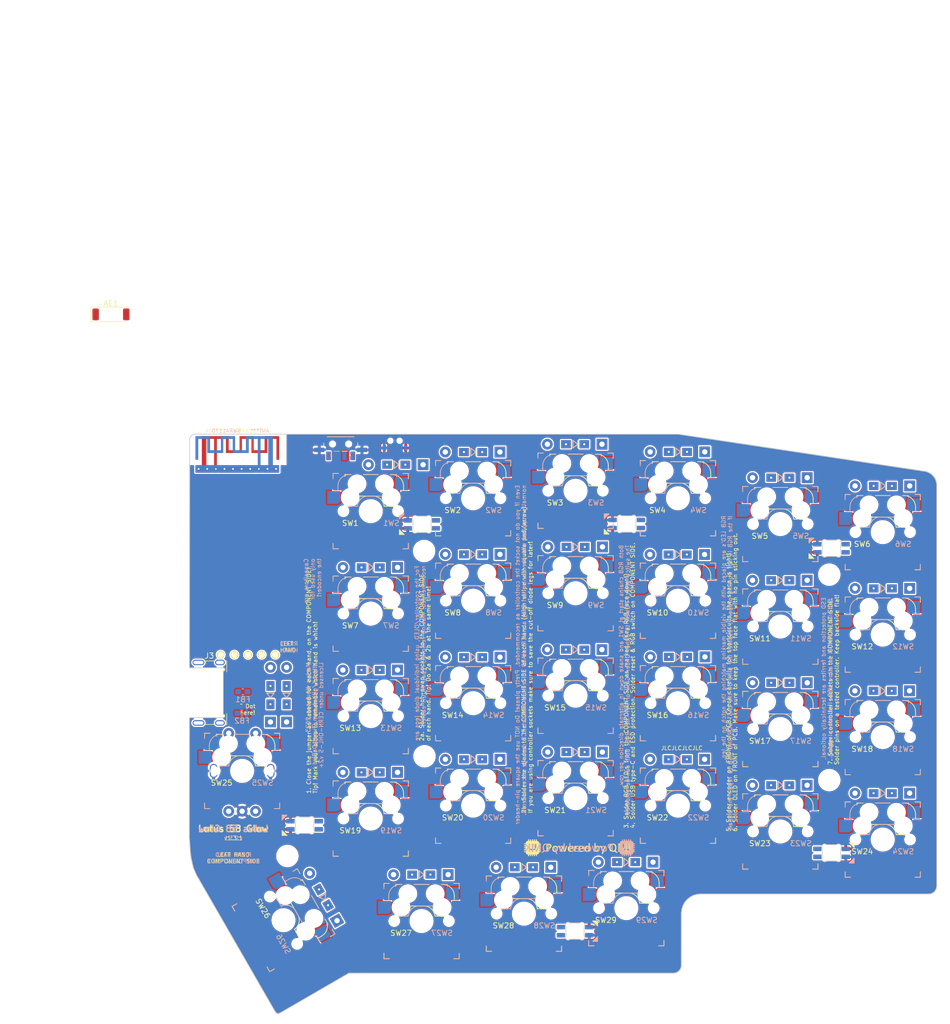
<source format=kicad_pcb>
(kicad_pcb (version 20221018) (generator pcbnew)
  (title_block (title "Lotus 58 Glow") (date "2023-09-13") (rev "v1.33") (company "Markus Knutsson <markus.knutsson@tweety.se>") (comment 1 "https://github.com/TweetyDaBird") (comment 2 "Licensed under CERN-OHL-S v2 or any superseding version"))
  (layers (0 "F.Cu" signal) (31 "B.Cu" signal) (34 "B.Paste" user) (35 "F.Paste" user) (36 "B.SilkS" user "B.Silkscreen") (37 "F.SilkS" user "F.Silkscreen") (38 "B.Mask" user) (39 "F.Mask" user) (44 "Edge.Cuts" user))
  (property "ADDRESS1" "")
  (property "ADDRESS2" "")
  (property "ADDRESS3" "")
  (property "ADDRESS4" "")
  (property "DOCUMENTNUMBER" "")
  (property "DOCUMENTSIZE" "A4")
  (property "DRAWNBY" "RUBR")
  (property "ORGANIZATION" "")
  (property "PCANAME" "nRF52805-CAAA Reference Layout")
  (property "PROJECTNUMBER" "")
  (property "SHEETTOTAL" "1")
  (net 0 "")
  (net 1 "Net-(D1-A)")
  (net 2 "row4")
  (net 3 "Net-(D2-A)")
  (net 4 "Net-(D3-A)")
  (net 5 "row0")
  (net 6 "Net-(D4-A)")
  (net 7 "row1")
  (net 8 "Net-(D5-A)")
  (net 9 "row2")
  (net 10 "Net-(D6-A)")
  (net 11 "row3")
  (net 12 "Net-(D7-A)")
  (net 13 "Net-(D8-A)")
  (net 14 "Net-(D9-A)")
  (net 15 "Net-(D10-A)")
  (net 16 "Net-(D11-A)")
  (net 17 "Net-(D12-A)")
  (net 18 "Net-(D13-A)")
  (net 19 "Net-(D14-A)")
  (net 20 "Net-(D15-A)")
  (net 21 "Net-(D16-A)")
  (net 22 "Net-(D17-A)")
  (net 23 "Net-(D18-A)")
  (net 24 "Net-(D19-A)")
  (net 25 "Net-(D20-A)")
  (net 26 "Net-(D21-A)")
  (net 27 "Net-(D22-A)")
  (net 28 "Net-(D23-A)")
  (net 29 "Net-(D24-A)")
  (net 30 "Net-(D26-A)")
  (net 31 "Net-(D27-A)")
  (net 32 "Net-(D28-A)")
  (net 33 "VCC")
  (net 34 "GND")
  (net 35 "col0")
  (net 36 "col1")
  (net 37 "col2")
  (net 38 "col3")
  (net 39 "col4")
  (net 40 "col5")
  (net 41 "LED")
  (net 42 "RESET")
  (net 43 "Net-(D29-A)")
  (net 44 "DATA")
  (net 45 "Net-(D30-A)")
  (net 46 "Alt")
  (net 60 "/PWR_KEY")
  (net 61 "/PWR_GLOW")
  (net 62 "EncB")
  (net 63 "EncA")
  (net 64 "Net-(LED30-DOUT)")
  (net 65 "Net-(LED31-DOUT)")
  (net 66 "Net-(LED32-DOUT)")
  (net 67 "Net-(LED33-DOUT)")
  (net 68 "Net-(LED34-DOUT)")
  (net 69 "Net-(J3-SHIELD)")
  (net 70 "/VCC_LINK")
  (footprint "Keyboard Common:Spacer PCB hole" (layer "F.Cu") (at 124.32538 57.40908)
    (fp_text reference "TH1" hide)
    (fp_text value "HOLE" hide)
  )
  (footprint "Keyboard Common:Spacer PCB hole" (layer "F.Cu") (at 199.7 61.8)
    (fp_text reference "TH2" hide)
    (fp_text value "HOLE" hide)
  )
  (footprint "Keyboard Common:Spacer PCB hole" (layer "F.Cu") (at 124.3965 95.5675)
    (fp_text reference "TH3" hide)
    (fp_text value "HOLE" hide)
  )
  (footprint "Keyboard Common:Spacer PCB hole" (layer "F.Cu") (at 199.7 100)
    (fp_text reference "TH4" hide)
    (fp_text value "HOLE" hide)
  )
  (footprint "Keyboard Common:Spacer PCB hole" (layer "F.Cu") (at 98.8949 114.1095 90)
    (fp_text reference "TH5" hide)
    (fp_text value "HOLE" hide)
  )
  (footprint "Keyboard Switches:SW_MX_HotSwap_Reversible" (layer "F.Cu") (at 133.45 47.6)
    (fp_text reference "SW2" hide)
    (fp_text value "Kailh hotswap MX socket" hide)
  )
  (footprint "Keyboard Switches:SW_MX_HotSwap_Reversible" (layer "F.Cu") (at 152.5 46.21)
    (fp_text reference "SW3" hide)
    (fp_text value "Kailh hotswap MX socket" hide)
  )
  (footprint "Keyboard Switches:SW_MX_HotSwap_Reversible" (layer "F.Cu") (at 171.55 47.6)
    (fp_text reference "SW4" hide)
    (fp_text value "Kailh hotswap MX socket" hide)
  )
  (footprint "Keyboard Switches:SW_MX_HotSwap_Reversible" (layer "F.Cu") (at 209.65 53.9)
    (fp_text reference "SW6" hide)
    (fp_text value "Kailh hotswap MX socket" hide)
  )
  (footprint "Keyboard Switches:SW_MX_HotSwap_Reversible" (layer "F.Cu") (at 114.4 69.05)
    (fp_text reference "SW7" hide)
    (fp_text value "Kailh hotswap MX socket" hide)
  )
  (footprint "Keyboard Switches:SW_MX_HotSwap_Reversible" (layer "F.Cu") (at 152.5 65.26)
    (fp_text reference "SW9" hide)
    (fp_text value "Kailh hotswap MX socket" hide)
  )
  (footprint "Keyboard Switches:SW_MX_HotSwap_Reversible" (layer "F.Cu") (at 171.55 66.65)
    (fp_text reference "SW10" hide)
    (fp_text value "Kailh hotswap MX socket" hide)
  )
  (footprint "Keyboard Switches:SW_MX_HotSwap_Reversible" (layer "F.Cu") (at 190.6 71.45)
    (fp_text reference "SW11" hide)
    (fp_text value "Kailh hotswap MX socket" hide)
  )
  (footprint "Keyboard Switches:SW_MX_HotSwap_Reversible" (layer "F.Cu") (at 209.65 72.95)
    (fp_text reference "SW12" hide)
    (fp_text value "Kailh hotswap MX socket" hide)
  )
  (footprint "Keyboard Switches:SW_MX_HotSwap_Reversible" (layer "F.Cu") (at 114.4 88.1)
    (fp_text reference "SW13" hide)
    (fp_text value "Kailh hotswap MX socket" hide)
  )
  (footprint "Keyboard Switches:SW_MX_HotSwap_Reversible" (layer "F.Cu") (at 133.45 85.7)
    (fp_text reference "SW14" hide)
    (fp_text value "Kailh hotswap MX socket" hide)
  )
  (footprint "Keyboard Switches:SW_MX_HotSwap_Reversible" (layer "F.Cu") (at 152.5 84.31)
    (fp_text reference "SW15" hide)
    (fp_text value "Kailh hotswap MX socket" hide)
  )
  (footprint "Keyboard Switches:SW_MX_HotSwap_Reversible" (layer "F.Cu") (at 190.6 90.5)
    (fp_text reference "SW17" hide)
    (fp_text value "Kailh hotswap MX socket" hide)
  )
  (footprint "Keyboard Switches:SW_MX_HotSwap_Reversible" (layer "F.Cu") (at 209.65 92)
    (fp_text reference "SW18" hide)
    (fp_text value "Kailh hotswap MX socket" hide)
  )
  (footprint "Keyboard Switches:SW_MX_HotSwap_Reversible" (layer "F.Cu") (at 114.4 107.15)
    (fp_text reference "SW19" hide)
    (fp_text value "Kailh hotswap MX socket" hide)
  )
  (footprint "Keyboard Switches:SW_MX_HotSwap_Reversible" (layer "F.Cu") (at 133.45 104.75)
    (fp_text reference "SW20" hide)
    (fp_text value "Kailh hotswap MX socket" hide)
  )
  (footprint "Keyboard Switches:SW_MX_HotSwap_Reversible" (layer "F.Cu") (at 152.5 103.36)
    (fp_text reference "SW21" hide)
    (fp_text value "Kailh hotswap MX socket" hide)
  )
  (footprint "Keyboard Switches:SW_MX_HotSwap_Reversible" (layer "F.Cu") (at 171.55 104.75)
    (fp_text reference "SW22" hide)
    (fp_text value "Kailh hotswap MX socket" hide)
  )
  (footprint "Keyboard Switches:SW_MX_HotSwap_Reversible" (layer "F.Cu") (at 190.6 109.55)
    (fp_text reference "SW23" hide)
    (fp_text value "Kailh hotswap MX socket" hide)
  )
  (footprint "Keyboard Switches:SW_MX_HotSwap_Reversible" (layer "F.Cu") (at 123.85 126.2)
    (fp_text reference "SW27" hide)
    (fp_text value "Kailh hotswap MX socket" hide)
  )
  (footprint "Keyboard Switches:SW_MX_HotSwap_Reversible" (layer "F.Cu") (at 142.8977 124.8283)
    (fp_text reference "SW28" hide)
    (fp_text value "Kailh hotswap MX socket" hide)
  )
  (footprint "Keyboard Switches:SW_MX_HotSwap_Reversible" (layer "F.Cu") (at 161.95 123.8)
    (fp_text reference "SW29" hide)
    (fp_text value "Kailh hotswap MX socket" hide)
  )
  (footprint "Keyboard Switches:SW_MX_HotSwap_Reversible" (layer "F.Cu") (at 114.4 50)
    (fp_text reference "SW1" hide)
    (fp_text value "Kailh hotswap MX socket" hide)
  )
  (footprint "Keyboard Switches:SW_MX_HotSwap_Reversible" (layer "F.Cu") (at 90.4748 98.2853)
    (fp_text reference "SW25" hide)
    (fp_text value "Kailh hotswap MX socket" hide)
  )
  (footprint "Keyboard Switches:SW_MX_HotSwap_Reversible" (layer "F.Cu") (at 209.65 111.05)
    (fp_text reference "SW24" hide)
    (fp_text value "Kailh hotswap MX socket" hide)
  )
  (footprint "Keyboard Switches:SW_MX_HotSwap_Reversible" (layer "F.Cu") (at 98.171 126.0475 -60)
    (fp_text reference "SW26" hide)
    (fp_text value "Kailh hotswap MX socket" hide)
  )
  (footprint "Keyboard Switches:SW_MX_HotSwap_Reversible" (layer "F.Cu") (at 171.55 85.7)
    (fp_text reference "SW16" hide)
    (fp_text value "Kailh hotswap MX socket" hide)
  )
  (footprint "Keyboard RGB:MX_SK6812MINI-E_REVERSIBLE" (layer "F.Cu") (at 200.125 113.522)
    (fp_text reference "LED33" hide)
    (fp_text value "SK6812MINI-E")
    (fp_line (start -1.699999 0.702841) (end -1.699999 -0.702843) (stroke (width 0.15)) (layer "Edge.Cuts"))
    (fp_line (start -0.794452 -1.5) (end 0.794453 -1.5) (stroke (width 0.15)) (layer "Edge.Cuts"))
    (fp_line (start 0.794452 1.499999) (end -0.794452 1.499999) (stroke (width 0.15)) (layer "Edge.Cuts"))
    (fp_line (start 1.699999 -0.702843) (end 1.699999 0.702841) (stroke (width 0.15)) (layer "Edge.Cuts"))
    (fp_arc (start -1.749484 -0.919721) (mid -1.712527 -0.814069) (end -1.699999 -0.702843) (stroke (width 0.15)) (layer "Edge.Cuts"))
    (fp_arc (start -1.749484 -0.919721) (mid -1.638071 -1.504036) (end -1.046711 -1.5683) (stroke (width 0.15)) (layer "Edge.Cuts"))
    (fp_arc (start -1.699999 0.702842) (mid -1.712527 0.814067) (end -1.749484 0.919719) (stroke (width 0.15)) (layer "Edge.Cuts"))
    (fp_arc (start -1.046711 1.568296) (mid -1.63807 1.504033) (end -1.749484 0.919719) (stroke (width 0.15)) (layer "Edge.Cuts"))
    (fp_arc (start -1.04671 1.568298) (mid -0.925122 1.517376) (end -0.794452 1.499999) (stroke (width 0.15)) (layer "Edge.Cuts"))
    (fp_arc (start -0.794453 -1.500001) (mid -0.925123 -1.517378) (end -1.046711 -1.5683) (stroke (width 0.15)) (layer "Edge.Cuts"))
    (fp_arc (start 0.794452 1.499999) (mid 0.925123 1.517376) (end 1.046711 1.568298) (stroke (width 0.15)) (layer "Edge.Cuts"))
    (fp_arc (start 1.046711 -1.568299) (mid 0.925123 -1.517377) (end 0.794453 -1.5) (stroke (width 0.15)) (layer "Edge.Cuts"))
    (fp_arc (start 1.046711 -1.568299) (mid 1.638071 -1.504036) (end 1.749484 -0.919721) (stroke (width 0.15)) (layer "Edge.Cuts"))
    (fp_arc (start 1.699999 -0.702844) (mid 1.712525 -0.81407) (end 1.749484 -0.919721) (stroke (width 0.15)) (layer "Edge.Cuts"))
    (fp_arc (start 1.749484 0.919718) (mid 1.638072 1.504034) (end 1.046711 1.568298) (stroke (width 0.15)) (layer "Edge.Cuts"))
    (fp_arc (start 1.749484 0.919719) (mid 1.712517 0.81407) (end 1.699999 0.702841) (stroke (width 0.15)) (layer "Edge.Cuts"))
  )
  (footprint "Keyboard RGB:MX_SK6812MINI-E_REVERSIBLE" (layer "F.Cu") (at 152.4 128.0795)
    (fp_text reference "LED34" hide)
    (fp_text value "SK6812MINI-E")
    (fp_line (start -1.699999 0.702841) (end -1.699999 -0.702843) (stroke (width 0.15)) (layer "Edge.Cuts"))
    (fp_line (start -0.794452 -1.5) (end 0.794453 -1.5) (stroke (width 0.15)) (layer "Edge.Cuts"))
    (fp_line (start 0.794452 1.499999) (end -0.794452 1.499999) (stroke (width 0.15)) (layer "Edge.Cuts"))
    (fp_line (start 1.699999 -0.702843) (end 1.699999 0.702841) (stroke (width 0.15)) (layer "Edge.Cuts"))
    (fp_arc (start -1.749484 -0.919721) (mid -1.712527 -0.814069) (end -1.699999 -0.702843) (stroke (width 0.15)) (layer "Edge.Cuts"))
    (fp_arc (start -1.749484 -0.919721) (mid -1.638071 -1.504036) (end -1.046711 -1.5683) (stroke (width 0.15)) (layer "Edge.Cuts"))
    (fp_arc (start -1.699999 0.702842) (mid -1.712527 0.814067) (end -1.749484 0.919719) (stroke (width 0.15)) (layer "Edge.Cuts"))
    (fp_arc (start -1.046711 1.568296) (mid -1.63807 1.504033) (end -1.749484 0.919719) (stroke (width 0.15)) (layer "Edge.Cuts"))
    (fp_arc (start -1.04671 1.568298) (mid -0.925122 1.517376) (end -0.794452 1.499999) (stroke (width 0.15)) (layer "Edge.Cuts"))
    (fp_arc (start -0.794453 -1.500001) (mid -0.925123 -1.517378) (end -1.046711 -1.5683) (stroke (width 0.15)) (layer "Edge.Cuts"))
    (fp_arc (start 0.794452 1.499999) (mid 0.925123 1.517376) (end 1.046711 1.568298) (stroke (width 0.15)) (layer "Edge.Cuts"))
    (fp_arc (start 1.046711 -1.568299) (mid 0.925123 -1.517377) (end 0.794453 -1.5) (stroke (width 0.15)) (layer "Edge.Cuts"))
    (fp_arc (start 1.046711 -1.568299) (mid 1.638071 -1.504036) (end 1.749484 -0.919721) (stroke (width 0.15)) (layer "Edge.Cuts"))
    (fp_arc (start 1.699999 -0.702844) (mid 1.712525 -0.81407) (end 1.749484 -0.919721) (stroke (width 0.15)) (layer "Edge.Cuts"))
    (fp_arc (start 1.749484 0.919718) (mid 1.638072 1.504034) (end 1.046711 1.568298) (stroke (width 0.15)) (layer "Edge.Cuts"))
    (fp_arc (start 1.749484 0.919719) (mid 1.712517 0.81407) (end 1.699999 0.702841) (stroke (width 0.15)) (layer "Edge.Cuts"))
  )
  (footprint "Keyboard RGB:MX_SK6812MINI-E_REVERSIBLE" (layer "F.Cu") (at 102.108 108.3945 180)
    (fp_text reference "LED35" hide)
    (fp_text value "SK6812MINI-E")
    (fp_line (start -1.699999 0.702841) (end -1.699999 -0.702843) (stroke (width 0.15)) (layer "Edge.Cuts"))
    (fp_line (start -0.794452 -1.5) (end 0.794453 -1.5) (stroke (width 0.15)) (layer "Edge.Cuts"))
    (fp_line (start 0.794452 1.499999) (end -0.794452 1.499999) (stroke (width 0.15)) (layer "Edge.Cuts"))
    (fp_line (start 1.699999 -0.702843) (end 1.699999 0.702841) (stroke (width 0.15)) (layer "Edge.Cuts"))
    (fp_arc (start -1.749484 -0.919721) (mid -1.712527 -0.814069) (end -1.699999 -0.702843) (stroke (width 0.15)) (layer "Edge.Cuts"))
    (fp_arc (start -1.749484 -0.919721) (mid -1.638071 -1.504036) (end -1.046711 -1.5683) (stroke (width 0.15)) (layer "Edge.Cuts"))
    (fp_arc (start -1.699999 0.702842) (mid -1.712527 0.814067) (end -1.749484 0.919719) (stroke (width 0.15)) (layer "Edge.Cuts"))
    (fp_arc (start -1.046711 1.568296) (mid -1.63807 1.504033) (end -1.749484 0.919719) (stroke (width 0.15)) (layer "Edge.Cuts"))
    (fp_arc (start -1.04671 1.568298) (mid -0.925122 1.517376) (end -0.794452 1.499999) (stroke (width 0.15)) (layer "Edge.Cuts"))
    (fp_arc (start -0.794453 -1.500001) (mid -0.925123 -1.517378) (end -1.046711 -1.5683) (stroke (width 0.15)) (layer "Edge.Cuts"))
    (fp_arc (start 0.794452 1.499999) (mid 0.925123 1.517376) (end 1.046711 1.568298) (stroke (width 0.15)) (layer "Edge.Cuts"))
    (fp_arc (start 1.046711 -1.568299) (mid 0.925123 -1.517377) (end 0.794453 -1.5) (stroke (width 0.15)) (layer "Edge.Cuts"))
    (fp_arc (start 1.046711 -1.568299) (mid 1.638071 -1.504036) (end 1.749484 -0.919721) (stroke (width 0.15)) (layer "Edge.Cuts"))
    (fp_arc (start 1.699999 -0.702844) (mid 1.712525 -0.81407) (end 1.749484 -0.919721) (stroke (width 0.15)) (layer "Edge.Cuts"))
    (fp_arc (start 1.749484 0.919718) (mid 1.638072 1.504034) (end 1.046711 1.568298) (stroke (width 0.15)) (layer "Edge.Cuts"))
    (fp_arc (start 1.749484 0.919719) (mid 1.712517 0.81407) (end 1.699999 0.702841) (stroke (width 0.15)) (layer "Edge.Cuts"))
  )
  (footprint "Keyboard RGB:MX_SK6812MINI-E_REVERSIBLE" (layer "F.Cu") (at 200.122 56.896 180)
    (fp_text reference "LED32" hide)
    (fp_text value "SK6812MINI-E")
    (fp_line (start -1.699999 0.702841) (end -1.699999 -0.702843) (stroke (width 0.15)) (layer "Edge.Cuts"))
    (fp_line (start -0.794452 -1.5) (end 0.794453 -1.5) (stroke (width 0.15)) (layer "Edge.Cuts"))
    (fp_line (start 0.794452 1.499999) (end -0.794452 1.499999) (stroke (width 0.15)) (layer "Edge.Cuts"))
    (fp_line (start 1.699999 -0.702843) (end 1.699999 0.702841) (stroke (width 0.15)) (layer "Edge.Cuts"))
    (fp_arc (start -1.749484 -0.919721) (mid -1.712527 -0.814069) (end -1.699999 -0.702843) (stroke (width 0.15)) (layer "Edge.Cuts"))
    (fp_arc (start -1.749484 -0.919721) (mid -1.638071 -1.504036) (end -1.046711 -1.5683) (stroke (width 0.15)) (layer "Edge.Cuts"))
    (fp_arc (start -1.699999 0.702842) (mid -1.712527 0.814067) (end -1.749484 0.919719) (stroke (width 0.15)) (layer "Edge.Cuts"))
    (fp_arc (start -1.046711 1.568296) (mid -1.63807 1.504033) (end -1.749484 0.919719) (stroke (width 0.15)) (layer "Edge.Cuts"))
    (fp_arc (start -1.04671 1.568298) (mid -0.925122 1.517376) (end -0.794452 1.499999) (stroke (width 0.15)) (layer "Edge.Cuts"))
    (fp_arc (start -0.794453 -1.500001) (mid -0.925123 -1.517378) (end -1.046711 -1.5683) (stroke (width 0.15)) (layer "Edge.Cuts"))
    (fp_arc (start 0.794452 1.499999) (mid 0.925123 1.517376) (end 1.046711 1.568298) (stroke (width 0.15)) (layer "Edge.Cuts"))
    (fp_arc (start 1.046711 -1.568299) (mid 0.925123 -1.517377) (end 0.794453 -1.5) (stroke (width 0.15)) (layer "Edge.Cuts"))
    (fp_arc (start 1.046711 -1.568299) (mid 1.638071 -1.504036) (end 1.749484 -0.919721) (stroke (width 0.15)) (layer "Edge.Cuts"))
    (fp_arc (start 1.699999 -0.702844) (mid 1.712525 -0.81407) (end 1.749484 -0.919721) (stroke (width 0.15)) (layer "Edge.Cuts"))
    (fp_arc (start 1.749484 0.919718) (mid 1.638072 1.504034) (end 1.046711 1.568298) (stroke (width 0.15)) (layer "Edge.Cuts"))
    (fp_arc (start 1.749484 0.919719) (mid 1.712517 0.81407) (end 1.699999 0.702841) (stroke (width 0.15)) (layer "Edge.Cuts"))
  )
  (footprint "Keyboard RGB:MX_SK6812MINI-E_REVERSIBLE" (layer "F.Cu") (at 123.9235 52.451 180)
    (fp_text reference "LED30" hide)
    (fp_text value "SK6812MINI-E")
    (fp_line (start -1.699999 0.702841) (end -1.699999 -0.702843) (stroke (width 0.15)) (layer "Edge.Cuts"))
    (fp_line (start -0.794452 -1.5) (end 0.794453 -1.5) (stroke (width 0.15)) (layer "Edge.Cuts"))
    (fp_line (start 0.794452 1.499999) (end -0.794452 1.499999) (stroke (width 0.15)) (layer "Edge.Cuts"))
    (fp_line (start 1.699999 -0.702843) (end 1.699999 0.702841) (stroke (width 0.15)) (layer "Edge.Cuts"))
    (fp_arc (start -1.749484 -0.919721) (mid -1.712527 -0.814069) (end -1.699999 -0.702843) (stroke (width 0.15)) (layer "Edge.Cuts"))
    (fp_arc (start -1.749484 -0.919721) (mid -1.638071 -1.504036) (end -1.046711 -1.5683) (stroke (width 0.15)) (layer "Edge.Cuts"))
    (fp_arc (start -1.699999 0.702842) (mid -1.712527 0.814067) (end -1.749484 0.919719) (stroke (width 0.15)) (layer "Edge.Cuts"))
    (fp_arc (start -1.046711 1.568296) (mid -1.63807 1.504033) (end -1.749484 0.919719) (stroke (width 0.15)) (layer "Edge.Cuts"))
    (fp_arc (start -1.04671 1.568298) (mid -0.925122 1.517376) (end -0.794452 1.499999) (stroke (width 0.15)) (layer "Edge.Cuts"))
    (fp_arc (start -0.794453 -1.500001) (mid -0.925123 -1.517378) (end -1.046711 -1.5683) (stroke (width 0.15)) (layer "Edge.Cuts"))
    (fp_arc (start 0.794452 1.499999) (mid 0.925123 1.517376) (end 1.046711 1.568298) (stroke (width 0.15)) (layer "Edge.Cuts"))
    (fp_arc (start 1.046711 -1.568299) (mid 0.925123 -1.517377) (end 0.794453 -1.5) (stroke (width 0.15)) (layer "Edge.Cuts"))
    (fp_arc (start 1.046711 -1.568299) (mid 1.638071 -1.504036) (end 1.749484 -0.919721) (stroke (width 0.15)) (layer "Edge.Cuts"))
    (fp_arc (start 1.699999 -0.702844) (mid 1.712525 -0.81407) (end 1.749484 -0.919721) (stroke (width 0.15)) (layer "Edge.Cuts"))
    (fp_arc (start 1.749484 0.919718) (mid 1.638072 1.504034) (end 1.046711 1.568298) (stroke (width 0.15)) (layer "Edge.Cuts"))
    (fp_arc (start 1.749484 0.919719) (mid 1.712517 0.81407) (end 1.699999 0.702841) (stroke (width 0.15)) (layer "Edge.Cuts"))
  )
  (footprint "Keyboard Encoders:Encoder_Alps_EC11E_Small" (layer "F.Cu") (at 90.4748 98.2853 90)
    (fp_text reference "SW30" hide)
    (fp_text value "Rotary_Encoder_Switch" hide)
  )
  (footprint "Keyboard Switches:SW_MX_HotSwap_Reversible" (layer "F.Cu") (at 190.6 52.4)
    (fp_text reference "SW5" hide)
    (fp_text value "Kailh hotswap MX socket" hide)
  )
  (footprint "Keyboard RGB:MX_SK6812MINI-E_REVERSIBLE" (layer "F.Cu") (at 162.0285 52.3875 180)
    (fp_text reference "LED31" hide)
    (fp_text value "SK6812MINI-E")
    (fp_line (start -1.699999 0.702841) (end -1.699999 -0.702843) (stroke (width 0.15)) (layer "Edge.Cuts"))
    (fp_line (start -0.794452 -1.5) (end 0.794453 -1.5) (stroke (width 0.15)) (layer "Edge.Cuts"))
    (fp_line (start 0.794452 1.499999) (end -0.794452 1.499999) (stroke (width 0.15)) (layer "Edge.Cuts"))
    (fp_line (start 1.699999 -0.702843) (end 1.699999 0.702841) (stroke (width 0.15)) (layer "Edge.Cuts"))
    (fp_arc (start -1.749484 -0.919721) (mid -1.712527 -0.814069) (end -1.699999 -0.702843) (stroke (width 0.15)) (layer "Edge.Cuts"))
    (fp_arc (start -1.749484 -0.919721) (mid -1.638071 -1.504036) (end -1.046711 -1.5683) (stroke (width 0.15)) (layer "Edge.Cuts"))
    (fp_arc (start -1.699999 0.702842) (mid -1.712527 0.814067) (end -1.749484 0.919719) (stroke (width 0.15)) (layer "Edge.Cuts"))
    (fp_arc (start -1.046711 1.568296) (mid -1.63807 1.504033) (end -1.749484 0.919719) (stroke (width 0.15)) (layer "Edge.Cuts"))
    (fp_arc (start -1.04671 1.568298) (mid -0.925122 1.517376) (end -0.794452 1.499999) (stroke (width 0.15)) (layer "Edge.Cuts"))
    (fp_arc (start -0.794453 -1.500001) (mid -0.925123 -1.517378) (end -1.046711 -1.5683) (stroke (width 0.15)) (layer "Edge.Cuts"))
    (fp_arc (start 0.794452 1.499999) (mid 0.925123 1.517376) (end 1.046711 1.568298) (stroke (width 0.15)) (layer "Edge.Cuts"))
    (fp_arc (start 1.046711 -1.568299) (mid 0.925123 -1.517377) (end 0.794453 -1.5) (stroke (width 0.15)) (layer "Edge.Cuts"))
    (fp_arc (start 1.046711 -1.568299) (mid 1.638071 -1.504036) (end 1.749484 -0.919721) (stroke (width 0.15)) (layer "Edge.Cuts"))
    (fp_arc (start 1.699999 -0.702844) (mid 1.712525 -0.81407) (end 1.749484 -0.919721) (stroke (width 0.15)) (layer "Edge.Cuts"))
    (fp_arc (start 1.749484 0.919718) (mid 1.638072 1.504034) (end 1.046711 1.568298) (stroke (width 0.15)) (layer "Edge.Cuts"))
    (fp_arc (start 1.749484 0.919719) (mid 1.712517 0.81407) (end 1.699999 0.702841) (stroke (width 0.15)) (layer "Edge.Cuts"))
  )
  (footprint "Keyboard Switches:SW_MX_HotSwap_Reversible" (layer "F.Cu") (at 133.45 66.65)
    (fp_text reference "SW8" hide)
    (fp_text value "Kailh hotswap MX socket" hide)
  )
  (footprint "Keyboard Common:YTS-A002" (layer "F.Cu") (at 118.91 36.91)
    (fp_text reference "RES1" hide)
    (fp_text value "TS-A002" hide)
  )
  (footprint "MyAntennas:SWRA117D" (layer "F.Cu") (at 89.58 39.44)
    (fp_text reference "ANT***")
    (fp_text value "SWRA117D")
  )
  (footprint "Keyboard Common:MSK12C02" (layer "F.Cu") (at 108.79 37.52 180)
    (fp_text reference "SW32" hide)
    (fp_text value "MSK12C02" hide)
  )
  (footprint "LCSC_Library:Molex-216990_GCT-USB45xx_HRO-TYPE-C-31-M-13x-PiMicro" (layer "F.Cu") (at 81.167 83.75 -90)
    (fp_text reference "J3")
    (fp_text value "USB_C_Receptacle_USB2.0")
    (fp_line (start -7.62 0.5) (end -4.62 0.5) (stroke (width 0.15)) (layer "Edge.Cuts"))
    (fp_line (start -4.62 0.5) (end -4.62 -5.783) (stroke (width 0.15)) (layer "Edge.Cuts"))
    (fp_line (start -4.02 -5.783) (end 4.02 -5.783) (stroke (width 0.15)) (layer "Edge.Cuts"))
    (fp_line (start 4.62 -5.783) (end 4.62 0.5) (stroke (width 0.15)) (layer "Edge.Cuts"))
    (fp_line (start 4.62 0.5) (end 7.62 0.5) (stroke (width 0.15)) (layer "Edge.Cuts"))
    (fp_arc (start -4.62 -5.783) (mid -4.32 -6.083) (end -4.02 -5.783) (stroke (width 0.15)) (layer "Edge.Cuts"))
    (fp_arc (start 4.02 -5.783) (mid 4.32 -6.083) (end 4.62 -5.783) (stroke (width 0.15)) (layer "Edge.Cuts"))
  )
  (footprint "Keyboard Common:nice!view" (layer "F.Cu") (at 91.567 76.694)
    (fp_text reference "DISP1")
    (fp_text value "nice!view" hide)
  )
  (footprint "Logotypes:qmk logo" (layer "F.Cu") (at 153.15 112.57)
    (fp_text reference "Logo1" hide)
    (fp_text value "QMK_Logo" hide)
  )
  (footprint "RF_Antenna:Johanson_2450AT43F0100" (layer "F.Cu") (at 66.07 13.42)
    (fp_text reference "AE1")
    (fp_text value "Antenna_Chip")
  )
  (footprint "Keyboard Common:Diode_DO35_SOD123" (layer "B.Cu") (at 119.14 41.36 180)
    (fp_text reference "D1" hide)
    (fp_text value "1N4148/1N4148W" hide)
  )
  (footprint "Keyboard Common:Diode_DO35_SOD123" (layer "B.Cu") (at 152.42 37.56 180)
    (fp_text reference "D3" hide)
    (fp_text value "1N4148/1N4148W" hide)
  )
  (footprint "Keyboard Common:Diode_DO35_SOD123" (layer "B.Cu") (at 171.54 38.98 180)
    (fp_text reference "D4" hide)
    (fp_text value "1N4148/1N4148W" hide)
  )
  (footprint "Keyboard Common:Diode_DO35_SOD123" (layer "B.Cu") (at 209.66 45.31 180)
    (fp_text reference "D6" hide)
    (fp_text value "1N4148/1N4148W" hide)
  )
  (footprint "Keyboard Common:Diode_DO35_SOD123" (layer "B.Cu") (at 152.51 56.65 180)
    (fp_text reference "D9" hide)
    (fp_text value "1N4148/1N4148W" hide)
  )
  (footprint "Keyboard Common:Diode_DO35_SOD123" (layer "B.Cu") (at 171.5 58.06 180)
    (fp_text reference "D10" hide)
    (fp_text value "1N4148/1N4148W" hide)
  )
  (footprint "Keyboard Common:Diode_DO35_SOD123" (layer "B.Cu") (at 190.59 62.85 180)
    (fp_text reference "D11" hide)
    (fp_text value "1N4148/1N4148W" hide)
  )
  (footprint "Keyboard Common:Diode_DO35_SOD123" (layer "B.Cu") (at 209.66 64.36 180)
    (fp_text reference "D12" hide)
    (fp_text value "1N4148/1N4148W" hide)
  )
  (footprint "Keyboard Common:Diode_DO35_SOD123" (layer "B.Cu") (at 114.38 79.53 180)
    (fp_text reference "D13" hide)
    (fp_text value "1N4148/1N4148W" hide)
  )
  (footprint "Keyboard Common:Diode_DO35_SOD123" (layer "B.Cu") (at 133.44 77.14 180)
    (fp_text reference "D14" hide)
    (fp_text value "1N4148/1N4148W" hide)
  )
  (footprint "Keyboard Common:Diode_DO35_SOD123" (layer "B.Cu") (at 152.41 75.74 180)
    (fp_text reference "D15" hide)
    (fp_text value "1N4148/1N4148W" hide)
  )
  (footprint "Keyboard Common:Diode_DO35_SOD123" (layer "B.Cu") (at 171.57 77.09 180)
    (fp_text reference "D16" hide)
    (fp_text value "1N4148/1N4148W" hide)
  )
  (footprint "Keyboard Common:Diode_DO35_SOD123" (layer "B.Cu") (at 209.63 83.4 180)
    (fp_text reference "D18" hide)
    (fp_text value "1N4148/1N4148W" hide)
  )
  (footprint "Keyboard Common:Diode_DO35_SOD123" (layer "B.Cu") (at 114.38 98.56 180)
    (fp_text reference "D19" hide)
    (fp_text value "1N4148/1N4148W" hide)
  )
  (footprint "Keyboard Common:Diode_DO35_SOD123" (layer "B.Cu") (at 133.44 96.13 180)
    (fp_text reference "D20" hide)
    (fp_text value "1N4148/1N4148W" hide)
  )
  (footprint "Keyboard Common:Diode_DO35_SOD123" (layer "B.Cu") (at 152.49 94.79 180)
    (fp_text reference "D21" hide)
    (fp_text value "1N4148/1N4148W" hide)
  )
  (footprint "Keyboard Common:Diode_DO35_SOD123" (layer "B.Cu") (at 171.51 96.13 180)
    (fp_text reference "D22" hide)
    (fp_text value "1N4148/1N4148W" hide)
  )
  (footprint "Keyboard Common:Diode_DO35_SOD123" (layer "B.Cu") (at 190.58 100.95 180)
    (fp_text reference "D23" hide)
    (fp_text value "1N4148/1N4148W" hide)
  )
  (footprint "Keyboard Common:Diode_DO35_SOD123" (layer "B.Cu") (at 105.62 121.797501 120)
    (fp_text reference "D26" hide)
    (fp_text value "1N4148/1N4148W" hide)
  )
  (footprint "Keyboard Common:Diode_DO35_SOD123" (layer "B.Cu") (at 123.8 117.57 180)
    (fp_text reference "D27" hide)
    (fp_text value "1N4148/1N4148W" hide)
  )
  (footprint "Keyboard Common:Diode_DO35_SOD123" (layer "B.Cu") (at 209.65 102.43 180)
    (fp_text reference "D24" hide)
    (fp_text value "1N4148/1N4148W" hide)
  )
  (footprint "Keyboard Common:Diode_DO35_SOD123" (layer "B.Cu") (at 114.39 60.46 180)
    (fp_text reference "D7" hide)
    (fp_text value "1N4148/1N4148W" hide)
  )
  (footprint "Keyboard Common:Diode_DO35_SOD123" (layer "B.Cu") (at 133.44 58.04 180)
    (fp_text reference "D8" hide)
    (fp_text value "1N4148/1N4148W" hide)
  )
  (footprint "Keyboard Common:Diode_DO35_SOD123" (layer "B.Cu") (at 142.89 116.21 180)
    (fp_text reference "D28" hide)
    (fp_text value "1N4148/1N4148W" hide)
  )
  (footprint "Keyboard Common:Diode_DO35_SOD123" (layer "B.Cu") (at 161.91 115.25 180)
    (fp_text reference "D29" hide)
    (fp_text value "1N4148/1N4148W" hide)
  )
  (footprint "Keyboard Common:Diode_DO35_SOD123" (layer "B.Cu") (at 133.43 39.01 180)
    (fp_text reference "D2" hide)
    (fp_text value "1N4148/1N4148W" hide)
  )
  (footprint "Keyboard Common:Diode_DO35_SOD123" (layer "B.Cu") (at 190.59 43.78 180)
    (fp_text reference "D5" hide)
    (fp_text value "1N4148/1N4148W" hide)
  )
  (footprint "Keyboard Common:Diode_DO35_SOD123" (layer "B.Cu") (at 190.6 81.9 180)
    (fp_text reference "D17" hide)
    (fp_text value "1N4148/1N4148W" hide)
  )
  (footprint "Keyboard Common:Diode_DO35_SOD123" (layer "B.Cu") (at 95.74254 84.2 90)
    (fp_text reference "D25" hide)
    (fp_text value "1N4148/1N4148W" hide)
  )
  (footprint "Keyboard Common:Diode_DO35_SOD123" (layer "B.Cu") (at 98.74 84.2 90)
    (fp_text reference "D30" hide)
    (fp_text value "1N4148/1N4148W" hide)
  )
  (footprint "Keyboard Common:YTS-A002" (layer "B.Cu") (at 118.91 36.91 180)
    (fp_text reference "RES2" hide)
    (fp_text value "TS-A002" hide)
  )
  (footprint "Capacitor_SMD:C_0603_1608Metric_Pad1.08x0.95mm_HandSolder" (layer "B.Cu") (at 90.4475 87.54)
    (fp_text reference "FB2")
    (fp_text value "Ferrite Bead")
  )
  (footprint "MyAntennas:SWRA117D" (layer "B.Cu") (at 89.58 39.44 180)
    (fp_text reference "ANT***")
    (fp_text value "SWRA117D")
  )
  (footprint "Logotypes:qmk logo" (layer "B.Cu") (at 153.33 112.57 180)
    (fp_text reference "Logo2" hide)
    (fp_text value "QMK_Logo" hide)
  )
  (footprint "Keyboard Common:MSK12C02" (layer "B.Cu") (at 108.79 37.52)
    (fp_text reference "SW33" hide)
    (fp_text value "MSK12C02" hide)
  )
  (footprint "Capacitor_SMD:C_0603_1608Metric_Pad1.08x0.95mm_HandSolder" (layer "B.Cu") (at 90.6 83.57)
    (fp_text reference "FB1")
    (fp_text value "Ferrite Bead")
  )
  (gr_line (start 81.4197 116.3955) (end 81.9785 117.6655) (stroke (width 0.15)) (layer "Edge.Cuts"))
  (gr_line (start 219.50172 44.1452) (end 219.70492 44.8564) (stroke (width 0.15)) (layer "Edge.Cuts"))
  (gr_line (start 219.258732 120.757048) (end 219.03678 120.940136) (stroke (width 0.15)) (layer "Edge.Cuts"))
  (gr_line (start 219.03678 120.940136) (end 218.781972 121.078352) (stroke (width 0.15)) (layer "Edge.Cuts"))
  (gr_line (start 219.667372 119.998631) (end 219.580037 120.280287) (stroke (width 0.15)) (layer "Edge.Cuts"))
  (gr_line (start 219.580037 120.280287) (end 219.441821 120.535096) (stroke (width 0.15)) (layer "Edge.Cuts"))
  (gr_line (start 219.70492 119.6848) (end 219.667372 119.998631) (stroke (width 0.15)) (layer "Edge.Cuts"))
  (gr_line (start 219.441821 120.535096) (end 219.258732 120.757048) (stroke (width 0.15)) (layer "Edge.Cuts"))
  (gr_line (start 218.781972 121.078352) (end 218.500315 121.165688) (stroke (width 0.15)) (layer "Edge.Cuts"))
  (gr_line (start 218.500315 121.165688) (end 218.18092 121.19356) (stroke (width 0.15)) (layer "Edge.Cuts"))
  (gr_line (start 172.075297 134.989392) (end 171.937081 135.244201) (stroke (width 0.15)) (layer "Edge.Cuts"))
  (gr_line (start 80.7003 36.7444) (end 80.722283 36.528775) (stroke (width 0.15)) (layer "Edge.Cuts"))
  (gr_line (start 80.722283 36.528775) (end 80.783417 36.331615) (stroke (width 0.15)) (layer "Edge.Cuts"))
  (gr_line (start 81.342063 35.77297) (end 81.539222 35.711835) (stroke (width 0.15)) (layer "Edge.Cuts"))
  (gr_line (start 81.539222 35.711835) (end 81.7544 35.6903) (stroke (width 0.15)) (layer "Edge.Cuts"))
  (gr_line (start 80.880169 36.153249) (end 81.00833 35.997883) (stroke (width 0.15)) (layer "Edge.Cuts"))
  (gr_line (start 80.783417 36.331615) (end 80.880169 36.153249) (stroke (width 0.15)) (layer "Edge.Cuts"))
  (gr_line (start 81.00833 35.997883) (end 81.163697 35.869721) (stroke (width 0.15)) (layer "Edge.Cuts"))
  (gr_line (start 81.163697 35.869721) (end 81.342063 35.77297) (stroke (width 0.15)) (layer "Edge.Cuts"))
  (gr_line (start 80.772 112.649) (end 80.899 114.1095) (stroke (width 0.15)) (layer "Edge.Cuts"))
  (gr_line (start 80.7085 111.8235) (end 80.772 112.649) (stroke (width 0.15)) (layer "Edge.Cuts"))
  (gr_line (start 171.704 35.687) (end 81.7544 35.6903) (stroke (width 0.15)) (layer "Edge.Cuts"))
  (gr_line (start 218.511891 42.96639) (end 217.79552 42.621355) (stroke (width 0.15)) (layer "Edge.Cuts"))
  (gr_line (start 81.153 115.3795) (end 81.4197 116.3955) (stroke (width 0.15)) (layer "Edge.Cuts"))
  (gr_line (start 97.119252 143.413974) (end 97.268206 143.404468) (stroke (width 0.15)) (layer "Edge.Cuts"))
  (gr_line (start 171.53204 135.649242) (end 171.277232 135.787458) (stroke (width 0.15)) (layer "Edge.Cuts"))
  (gr_line (start 96.629837 143.08815) (end 96.735295 143.222884) (stroke (width 0.15)) (layer "Edge.Cuts"))
  (gr_line (start 80.667 76.13) (end 80.7003 36.7444) (stroke (width 0.15)) (layer "Edge.Cuts"))
  (gr_line (start 80.645 110.617) (end 80.7085 111.8235) (stroke (width 0.15)) (layer "Edge.Cuts"))
  (gr_line (start 172.162633 134.707736) (end 172.075297 134.989392) (stroke (width 0.15)) (layer "Edge.Cuts"))
  (gr_line (start 80.645 110.617) (end 80.667 91.37) (stroke (width 0.15)) (layer "Edge.Cuts"))
  (gr_line (start 171.277232 135.787458) (end 170.995576 135.874793) (stroke (width 0.15)) (layer "Edge.Cuts"))
  (gr_line (start 172.19308 134.427634) (end 172.162633 134.707736) (stroke (width 0.15)) (layer "Edge.Cuts"))
  (gr_line (start 96.852328 143.322532) (end 96.98047 143.386445) (stroke (width 0.15)) (layer "Edge.Cuts"))
  (gr_line (start 171.753993 135.466153) (end 171.53204 135.649242) (stroke (width 0.15)) (layer "Edge.Cuts"))
  (gr_line (start 110.31982 135.90524) (end 170.69308 135.90524) (stroke (width 0.15)) (layer "Edge.Cuts"))
  (gr_line (start 174.356326 121.468421) (end 175.013524 121.264638) (stroke (width 0.15)) (layer "Edge.Cuts"))
  (gr_line (start 80.899 114.1095) (end 81.153 115.3795) (stroke (width 0.15)) (layer "Edge.Cuts"))
  (gr_line (start 97.426864 143.357278) (end 97.594758 143.271756) (stroke (width 0.15)) (layer "Edge.Cuts"))
  (gr_line (start 171.937081 135.244201) (end 171.753993 135.466153) (stroke (width 0.15)) (layer "Edge.Cuts"))
  (gr_line (start 97.594758 143.271756) (end 110.31982 135.90524) (stroke (width 0.15)) (layer "Edge.Cuts"))
  (gr_line (start 172.19422 124.69622) (end 172.19308 134.427634) (stroke (width 0.15)) (layer "Edge.Cuts"))
  (gr_line (start 173.243884 122.218131) (end 173.761773 121.790925) (stroke (width 0.15)) (layer "Edge.Cuts"))
  (gr_line (start 217.79552 42.621355) (end 171.704 35.687) (stroke (width 0.15)) (layer "Edge.Cuts"))
  (gr_line (start 175.719348 121.193595) (end 218.18092 121.19356) (stroke (width 0.15)) (layer "Edge.Cuts"))
  (gr_line (start 97.268206 143.404468) (end 97.426864 143.357278) (stroke (width 0.15)) (layer "Edge.Cuts"))
  (gr_line (start 172.494174 123.330573) (end 172.816678 122.73602) (stroke (width 0.15)) (layer "Edge.Cuts"))
  (gr_line (start 219.13342 43.5102) (end 219.50172 44.1452) (stroke (width 0.15)) (layer "Edge.Cuts"))
  (gr_line (start 219.70492 44.8564) (end 219.70492 119.6848) (stroke (width 0.15)) (layer "Edge.Cuts"))
  (gr_line (start 172.19422 124.69622) (end 172.290391 123.987771) (stroke (width 0.15)) (layer "Edge.Cuts"))
  (gr_line (start 172.816678 122.73602) (end 173.243884 122.218131) (stroke (width 0.15)) (layer "Edge.Cuts"))
  (gr_line (start 219.13342 43.5102) (end 218.511891 42.96639) (stroke (width 0.15)) (layer "Edge.Cuts"))
  (gr_line (start 96.735295 143.222884) (end 96.852328 143.322532) (stroke (width 0.15)) (layer "Edge.Cuts"))
  (gr_line (start 81.9785 117.6655) (end 96.629837 143.08815) (stroke (width 0.15)) (layer "Edge.Cuts"))
  (gr_line (start 170.995576 135.874793) (end 170.69308 135.90524) (stroke (width 0.15)) (layer "Edge.Cuts"))
  (gr_line (start 173.761773 121.790925) (end 174.356326 121.468421) (stroke (width 0.15)) (layer "Edge.Cuts"))
  (gr_line (start 96.98047 143.386445) (end 97.119252 143.413974) (stroke (width 0.15)) (layer "Edge.Cuts"))
  (gr_line (start 172.290391 123.987771) (end 172.494174 123.330573) (stroke (width 0.15)) (layer "Edge.Cuts"))
  (gr_line (start 175.013524 121.264638) (end 175.719348 121.193595) (stroke (width 0.15)) (layer "Edge.Cuts"))
  (gr_text "Lotus 58 Glow" (at 88.85 109.0422) (layer "B.SilkS") (effects (font (size 1.2 1.2) (thickness 0.25)) (justify mirror)))
  (gr_text "RIGHT HAND\nCOMPONENT SIDE" (at 88.85 114.48) (layer "B.SilkS") (effects (font (size 0.75 0.75) (thickness 0.12)) (justify mirror)))
  (gr_text "v1.3.1" (at 88.85 110.79) (layer "B.SilkS") (effects (font (size 0.75 0.75) (thickness 0.12)) (justify mirror)))
  (gr_text "RIGHT \nHAND" (at 100.95 75.25) (layer "B.SilkS") (effects (font (size 0.75 0.75) (thickness 0.12)) (justify left mirror)))
  (gr_text "Markus Knutsson 2023\nhttps://github.com/TweetyDaBird\nLicensed under CERN-OHL-S v2+" (at 103.97 78.037143 90) (layer "B.SilkS") (effects (font (size 0.75 0.75) (thickness 0.12)) (justify left mirror)))
  (gr_text "For the controller/OLED, using individual diode legs are\nrecommended, making removal/repair MUCH easier!" (at 123.61 60.07 90) (layer "B.SilkS") (effects (font (size 0.75 0.75) (thickness 0.12)) (justify left mirror)))
  (gr_text "RGB LED's are placed with the visible marking matching the notch on the leg.\nIf the RGB is not working properly, resolder the pins on the LAST WORKING RGB to repair the signal!" (at 180.66 50.76 90) (layer "B.SilkS") (effects (font (size 0.75 0.75) (thickness 0.12)) (justify left mirror)))
  (gr_text "Even if you do not socket the controller as recommended, Pretty please! Do NOT use the square pin-header\nnormally supplied with the controller! They are VERY HARD to remove without PCB damage once soldered." (at 142.3 45.07 90) (layer "B.SilkS") (effects (font (size 0.75 0.75) (thickness 0.12)) (justify left mirror)))
  (gr_text "Both RGB chains start at SW1 and snake down in alternate direction per row.\nThe switch select POWER to either Under-Glow or Per-Key RGB, both can be soldered." (at 161.59 56.21 90) (layer "B.SilkS") (effects (font (size 0.75 0.75) (thickness 0.12)) (justify left mirror)))
  (gr_text "Capacitors are\nonly used for\nthe encoder!" (at 103.59 58.73 90) (layer "B.SilkS") (effects (font (size 0.75 0.75) (thickness 0.12)) (justify left mirror)))
  (gr_text "ESD protection and ferrites are technically optional,\nbut also essential to allow USB-link hot-plugging." (at 199.26 81.12 90) (layer "B.SilkS") (effects (font (size 0.75 0.75) (thickness 0.12)) (justify mirror)))
  (gr_text "Lotus 58 Glow" (at 88.85 109.0422) (layer "F.SilkS") (effects (font (size 1.2 1.2) (thickness 0.25))))
  (gr_text "2b. Solder the diodes to the COMPONENT SIDE of each hand. (Align stripe with square pad/arrow).\nIf you are using controller sockets make sure to save the cut-off diode legs for later!" (at 143.5 106.245 90) (layer "F.SilkS") (effects (font (size 0.75 0.75) (thickness 0.12)) (justify left)))
  (gr_text "LEFT\nHAND" (at 97.455 75.25) (layer "F.SilkS") (effects (font (size 0.75 0.75) (thickness 0.12)) (justify left)))
  (gr_text "3. Solder RGB LED's from the COMPONENT SIDE as marked. (Key RGB face down!)\n4. Solder USB type-C and ESD protection. Solder reset & RGB switch on COMPONENT SIDE.\n" (at 162.54 109.035 90) (layer "F.SilkS") (effects (font (size 0.75 0.75) (thickness 0.12)) (justify left)))
  (gr_text "1. Close the jumper as labeled for each hand, on the COMPONENT SIDE! \nTip! Mark your sides to remember which hand is which!" (at 103.49 102.57 90) (layer "F.SilkS") (effects (font (size 0.75 0.75) (thickness 0.12)) (justify left)))
  (gr_text "v1.3.1" (at 88.85 110.79) (layer "F.SilkS") (effects (font (size 0.75 0.75) (thickness 0.12))))
  (gr_text "5. Solder encoder on FRONT of PCB. Check carefully for shortcircuits, the space is tight!\n6. Solder OLED on FRONT of PCB. Make sure to keep the top face flat with no pin sticking out." (at 181.59 109.62 90) (layer "F.SilkS") (effects (font (size 0.75 0.75) (thickness 0.12)) (justify left)))
  (gr_text "LEFT HAND\nCOMPONENT SIDE" (at 88.85 114.48) (layer "F.SilkS") (effects (font (size 0.75 0.75) (thickness 0.12))))
  (gr_text "7. Solder controller sockets on the COMPONENT SIDE. \nSolder pins on a tested controller. Keep backside flat!" (at 200.5 97.24 90) (layer "F.SilkS") (effects (font (size 0.75 0.75) (thickness 0.12)) (justify left)))
  (gr_text "2a. Solder hot-swap sockets to the COMPONENT SIDE \nof each hand. Tip! Do 2a & 2b at the same time!" (at 124.52 92.81 90) (layer "F.SilkS") (effects (font (size 0.75 0.75) (thickness 0.12)) (justify left)))
  (gr_text "^ Dot \nhere!" (at 90.02 87.91) (layer "F.SilkS") (effects (font (size 0.75 0.75) (thickness 0.12) bold) (justify left bottom)))
  (gr_text "JLCJLCJLCJLC" (at 172.27 94.05) (layer "F.SilkS") (effects (font (size 0.75 0.75) (thickness 0.12))))
  (zone (net 34) (net_name "GND") (layers "F&B.Cu") (connect_pads (clearance 0.254)) (min_thickness 0.254) (fill yes (thermal_gap 0.4) (thermal_bridge_width 0.508))
    (polygon (pts (xy 72.54202 34.330312) (xy 222.029286 34.22274) (xy 222.169366 123.696428) (xy 173.9 123.7) (xy 173.9 137.3) (xy 111.9 137.45) (xy 95.75 145.33) (xy 79.19 121.45) (xy 72.6821 103.104)))
  )
  (zone (net 0) (net_name "") (layers "F&B.Cu") (connect_pads (clearance 0)) (min_thickness 0.25)
    (keepout (tracks not_allowed) (vias not_allowed) (pads not_allowed) (copperpour not_allowed) (footprints allowed))
    (fill (thermal_gap 0.5) (thermal_bridge_width 0.5))
    (polygon (pts (xy 79.12 34.94) (xy 98.75 34.94) (xy 98.75 41.46) (xy 79.12 41.46)))
  )
)
</source>
